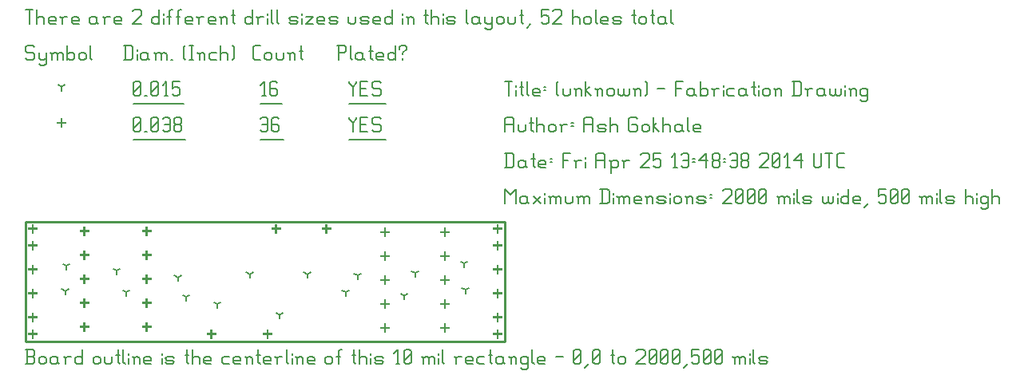
<source format=gbr>
G04 start of page 10 for group -3984 idx -3984 *
G04 Title: (unknown), fab *
G04 Creator: pcb 20100929 *
G04 CreationDate: Fri Apr 25 13:48:38 2014 UTC *
G04 For: xpi *
G04 Format: Gerber/RS-274X *
G04 PCB-Dimensions: 200000 50000 *
G04 PCB-Coordinate-Origin: lower left *
%MOIN*%
%FSLAX25Y25*%
%LNFAB*%
%ADD32C,0.0100*%
%ADD33R,0.0080X0.0080*%
%ADD34C,0.0060*%
G54D33*X3000Y21600D02*Y18400D01*
X1400Y20000D02*X4600D01*
X3000Y11600D02*Y8400D01*
X1400Y10000D02*X4600D01*
X3000Y41600D02*Y38400D01*
X1400Y40000D02*X4600D01*
X3000Y31600D02*Y28400D01*
X1400Y30000D02*X4600D01*
X24500Y7600D02*Y4400D01*
X22900Y6000D02*X26100D01*
X24500Y17600D02*Y14400D01*
X22900Y16000D02*X26100D01*
X24500Y27600D02*Y24400D01*
X22900Y26000D02*X26100D01*
X24500Y37600D02*Y34400D01*
X22900Y36000D02*X26100D01*
X197000Y31600D02*Y28400D01*
X195400Y30000D02*X198600D01*
X50500Y7600D02*Y4400D01*
X48900Y6000D02*X52100D01*
X50500Y17600D02*Y14400D01*
X48900Y16000D02*X52100D01*
X50500Y27600D02*Y24400D01*
X48900Y26000D02*X52100D01*
X50500Y37600D02*Y34400D01*
X48900Y36000D02*X52100D01*
X50500Y47600D02*Y44400D01*
X48900Y46000D02*X52100D01*
X150000Y7100D02*Y3900D01*
X148400Y5500D02*X151600D01*
X150000Y17100D02*Y13900D01*
X148400Y15500D02*X151600D01*
X150000Y27100D02*Y23900D01*
X148400Y25500D02*X151600D01*
X150000Y37100D02*Y33900D01*
X148400Y35500D02*X151600D01*
X150000Y47100D02*Y43900D01*
X148400Y45500D02*X151600D01*
X175000Y7100D02*Y3900D01*
X173400Y5500D02*X176600D01*
X175000Y17100D02*Y13900D01*
X173400Y15500D02*X176600D01*
X175000Y27100D02*Y23900D01*
X173400Y25500D02*X176600D01*
X175000Y37100D02*Y33900D01*
X173400Y35500D02*X176600D01*
X175000Y47100D02*Y43900D01*
X173400Y45500D02*X176600D01*
X197000Y21600D02*Y18400D01*
X195400Y20000D02*X198600D01*
X197000Y11600D02*Y8400D01*
X195400Y10000D02*X198600D01*
X197000Y41600D02*Y38400D01*
X195400Y40000D02*X198600D01*
X24500Y47600D02*Y44400D01*
X22900Y46000D02*X26100D01*
X77500Y4600D02*Y1400D01*
X75900Y3000D02*X79100D01*
X125500Y48600D02*Y45400D01*
X123900Y47000D02*X127100D01*
X101000Y4600D02*Y1400D01*
X99400Y3000D02*X102600D01*
X104500Y48600D02*Y45400D01*
X102900Y47000D02*X106100D01*
X3000Y4600D02*Y1400D01*
X1400Y3000D02*X4600D01*
X3000Y48600D02*Y45400D01*
X1400Y47000D02*X4600D01*
X197000Y48600D02*Y45400D01*
X195400Y47000D02*X198600D01*
X197000Y4600D02*Y1400D01*
X195400Y3000D02*X198600D01*
X15000Y92850D02*Y89650D01*
X13400Y91250D02*X16600D01*
G54D34*X135000Y93500D02*Y92750D01*
X136500Y91250D01*
X138000Y92750D01*
Y93500D02*Y92750D01*
X136500Y91250D02*Y87500D01*
X139801Y90500D02*X142051D01*
X139801Y87500D02*X142801D01*
X139801Y93500D02*Y87500D01*
Y93500D02*X142801D01*
X147603D02*X148353Y92750D01*
X145353Y93500D02*X147603D01*
X144603Y92750D02*X145353Y93500D01*
X144603Y92750D02*Y91250D01*
X145353Y90500D01*
X147603D01*
X148353Y89750D01*
Y88250D01*
X147603Y87500D02*X148353Y88250D01*
X145353Y87500D02*X147603D01*
X144603Y88250D02*X145353Y87500D01*
X135000Y84249D02*X150154D01*
X98000Y92750D02*X98750Y93500D01*
X100250D01*
X101000Y92750D01*
Y88250D01*
X100250Y87500D02*X101000Y88250D01*
X98750Y87500D02*X100250D01*
X98000Y88250D02*X98750Y87500D01*
Y90500D02*X101000D01*
X105051Y93500D02*X105801Y92750D01*
X103551Y93500D02*X105051D01*
X102801Y92750D02*X103551Y93500D01*
X102801Y92750D02*Y88250D01*
X103551Y87500D01*
X105051Y90500D02*X105801Y89750D01*
X102801Y90500D02*X105051D01*
X103551Y87500D02*X105051D01*
X105801Y88250D01*
Y89750D02*Y88250D01*
X98000Y84249D02*X107603D01*
X45000Y88250D02*X45750Y87500D01*
X45000Y92750D02*Y88250D01*
Y92750D02*X45750Y93500D01*
X47250D01*
X48000Y92750D01*
Y88250D01*
X47250Y87500D02*X48000Y88250D01*
X45750Y87500D02*X47250D01*
X45000Y89000D02*X48000Y92000D01*
X49801Y87500D02*X50551D01*
X52353Y88250D02*X53103Y87500D01*
X52353Y92750D02*Y88250D01*
Y92750D02*X53103Y93500D01*
X54603D01*
X55353Y92750D01*
Y88250D01*
X54603Y87500D02*X55353Y88250D01*
X53103Y87500D02*X54603D01*
X52353Y89000D02*X55353Y92000D01*
X57154Y92750D02*X57904Y93500D01*
X59404D01*
X60154Y92750D01*
Y88250D01*
X59404Y87500D02*X60154Y88250D01*
X57904Y87500D02*X59404D01*
X57154Y88250D02*X57904Y87500D01*
Y90500D02*X60154D01*
X61956Y88250D02*X62706Y87500D01*
X61956Y89750D02*Y88250D01*
Y89750D02*X62706Y90500D01*
X64206D01*
X64956Y89750D01*
Y88250D01*
X64206Y87500D02*X64956Y88250D01*
X62706Y87500D02*X64206D01*
X61956Y91250D02*X62706Y90500D01*
X61956Y92750D02*Y91250D01*
Y92750D02*X62706Y93500D01*
X64206D01*
X64956Y92750D01*
Y91250D01*
X64206Y90500D02*X64956Y91250D01*
X45000Y84249D02*X66757D01*
X63520Y26660D02*Y25060D01*
Y26660D02*X64906Y27460D01*
X63520Y26660D02*X62134Y27460D01*
X80000Y15500D02*Y13900D01*
Y15500D02*X81386Y16300D01*
X80000Y15500D02*X78614Y16300D01*
X38000Y29500D02*Y27900D01*
Y29500D02*X39386Y30300D01*
X38000Y29500D02*X36614Y30300D01*
X17000Y31500D02*Y29900D01*
Y31500D02*X18386Y32300D01*
X17000Y31500D02*X15614Y32300D01*
X16500Y21000D02*Y19400D01*
Y21000D02*X17886Y21800D01*
X16500Y21000D02*X15114Y21800D01*
X42000Y20500D02*Y18900D01*
Y20500D02*X43386Y21300D01*
X42000Y20500D02*X40614Y21300D01*
X67000Y18500D02*Y16900D01*
Y18500D02*X68386Y19300D01*
X67000Y18500D02*X65614Y19300D01*
X93500Y28000D02*Y26400D01*
Y28000D02*X94886Y28800D01*
X93500Y28000D02*X92114Y28800D01*
X138500Y27500D02*Y25900D01*
Y27500D02*X139886Y28300D01*
X138500Y27500D02*X137114Y28300D01*
X183000Y32500D02*Y30900D01*
Y32500D02*X184386Y33300D01*
X183000Y32500D02*X181614Y33300D01*
X162500Y28500D02*Y26900D01*
Y28500D02*X163886Y29300D01*
X162500Y28500D02*X161114Y29300D01*
X117500Y28000D02*Y26400D01*
Y28000D02*X118886Y28800D01*
X117500Y28000D02*X116114Y28800D01*
X183500Y21500D02*Y19900D01*
Y21500D02*X184886Y22300D01*
X183500Y21500D02*X182114Y22300D01*
X158000Y19000D02*Y17400D01*
Y19000D02*X159386Y19800D01*
X158000Y19000D02*X156614Y19800D01*
X133500Y20500D02*Y18900D01*
Y20500D02*X134886Y21300D01*
X133500Y20500D02*X132114Y21300D01*
X106000Y11000D02*Y9400D01*
Y11000D02*X107386Y11800D01*
X106000Y11000D02*X104614Y11800D01*
X15000Y106250D02*Y104650D01*
Y106250D02*X16386Y107050D01*
X15000Y106250D02*X13614Y107050D01*
X135000Y108500D02*Y107750D01*
X136500Y106250D01*
X138000Y107750D01*
Y108500D02*Y107750D01*
X136500Y106250D02*Y102500D01*
X139801Y105500D02*X142051D01*
X139801Y102500D02*X142801D01*
X139801Y108500D02*Y102500D01*
Y108500D02*X142801D01*
X147603D02*X148353Y107750D01*
X145353Y108500D02*X147603D01*
X144603Y107750D02*X145353Y108500D01*
X144603Y107750D02*Y106250D01*
X145353Y105500D01*
X147603D01*
X148353Y104750D01*
Y103250D01*
X147603Y102500D02*X148353Y103250D01*
X145353Y102500D02*X147603D01*
X144603Y103250D02*X145353Y102500D01*
X135000Y99249D02*X150154D01*
X98750Y102500D02*X100250D01*
X99500Y108500D02*Y102500D01*
X98000Y107000D02*X99500Y108500D01*
X104301D02*X105051Y107750D01*
X102801Y108500D02*X104301D01*
X102051Y107750D02*X102801Y108500D01*
X102051Y107750D02*Y103250D01*
X102801Y102500D01*
X104301Y105500D02*X105051Y104750D01*
X102051Y105500D02*X104301D01*
X102801Y102500D02*X104301D01*
X105051Y103250D01*
Y104750D02*Y103250D01*
X98000Y99249D02*X106853D01*
X45000Y103250D02*X45750Y102500D01*
X45000Y107750D02*Y103250D01*
Y107750D02*X45750Y108500D01*
X47250D01*
X48000Y107750D01*
Y103250D01*
X47250Y102500D02*X48000Y103250D01*
X45750Y102500D02*X47250D01*
X45000Y104000D02*X48000Y107000D01*
X49801Y102500D02*X50551D01*
X52353Y103250D02*X53103Y102500D01*
X52353Y107750D02*Y103250D01*
Y107750D02*X53103Y108500D01*
X54603D01*
X55353Y107750D01*
Y103250D01*
X54603Y102500D02*X55353Y103250D01*
X53103Y102500D02*X54603D01*
X52353Y104000D02*X55353Y107000D01*
X57904Y102500D02*X59404D01*
X58654Y108500D02*Y102500D01*
X57154Y107000D02*X58654Y108500D01*
X61206D02*X64206D01*
X61206D02*Y105500D01*
X61956Y106250D01*
X63456D01*
X64206Y105500D01*
Y103250D01*
X63456Y102500D02*X64206Y103250D01*
X61956Y102500D02*X63456D01*
X61206Y103250D02*X61956Y102500D01*
X45000Y99249D02*X66007D01*
X3000Y123500D02*X3750Y122750D01*
X750Y123500D02*X3000D01*
X0Y122750D02*X750Y123500D01*
X0Y122750D02*Y121250D01*
X750Y120500D01*
X3000D01*
X3750Y119750D01*
Y118250D01*
X3000Y117500D02*X3750Y118250D01*
X750Y117500D02*X3000D01*
X0Y118250D02*X750Y117500D01*
X5551Y120500D02*Y118250D01*
X6301Y117500D01*
X8551Y120500D02*Y116000D01*
X7801Y115250D02*X8551Y116000D01*
X6301Y115250D02*X7801D01*
X5551Y116000D02*X6301Y115250D01*
Y117500D02*X7801D01*
X8551Y118250D01*
X11103Y119750D02*Y117500D01*
Y119750D02*X11853Y120500D01*
X12603D01*
X13353Y119750D01*
Y117500D01*
Y119750D02*X14103Y120500D01*
X14853D01*
X15603Y119750D01*
Y117500D01*
X10353Y120500D02*X11103Y119750D01*
X17404Y123500D02*Y117500D01*
Y118250D02*X18154Y117500D01*
X19654D01*
X20404Y118250D01*
Y119750D02*Y118250D01*
X19654Y120500D02*X20404Y119750D01*
X18154Y120500D02*X19654D01*
X17404Y119750D02*X18154Y120500D01*
X22206Y119750D02*Y118250D01*
Y119750D02*X22956Y120500D01*
X24456D01*
X25206Y119750D01*
Y118250D01*
X24456Y117500D02*X25206Y118250D01*
X22956Y117500D02*X24456D01*
X22206Y118250D02*X22956Y117500D01*
X27007Y123500D02*Y118250D01*
X27757Y117500D01*
X41750Y123500D02*Y117500D01*
X44000Y123500D02*X44750Y122750D01*
Y118250D01*
X44000Y117500D02*X44750Y118250D01*
X41000Y117500D02*X44000D01*
X41000Y123500D02*X44000D01*
X46551Y122000D02*Y121250D01*
Y119750D02*Y117500D01*
X50303Y120500D02*X51053Y119750D01*
X48803Y120500D02*X50303D01*
X48053Y119750D02*X48803Y120500D01*
X48053Y119750D02*Y118250D01*
X48803Y117500D01*
X51053Y120500D02*Y118250D01*
X51803Y117500D01*
X48803D02*X50303D01*
X51053Y118250D01*
X54354Y119750D02*Y117500D01*
Y119750D02*X55104Y120500D01*
X55854D01*
X56604Y119750D01*
Y117500D01*
Y119750D02*X57354Y120500D01*
X58104D01*
X58854Y119750D01*
Y117500D01*
X53604Y120500D02*X54354Y119750D01*
X60656Y117500D02*X61406D01*
X65907Y118250D02*X66657Y117500D01*
X65907Y122750D02*X66657Y123500D01*
X65907Y122750D02*Y118250D01*
X68459Y123500D02*X69959D01*
X69209D02*Y117500D01*
X68459D02*X69959D01*
X72510Y119750D02*Y117500D01*
Y119750D02*X73260Y120500D01*
X74010D01*
X74760Y119750D01*
Y117500D01*
X71760Y120500D02*X72510Y119750D01*
X77312Y120500D02*X79562D01*
X76562Y119750D02*X77312Y120500D01*
X76562Y119750D02*Y118250D01*
X77312Y117500D01*
X79562D01*
X81363Y123500D02*Y117500D01*
Y119750D02*X82113Y120500D01*
X83613D01*
X84363Y119750D01*
Y117500D01*
X86165Y123500D02*X86915Y122750D01*
Y118250D01*
X86165Y117500D02*X86915Y118250D01*
X95750Y117500D02*X98000D01*
X95000Y118250D02*X95750Y117500D01*
X95000Y122750D02*Y118250D01*
Y122750D02*X95750Y123500D01*
X98000D01*
X99801Y119750D02*Y118250D01*
Y119750D02*X100551Y120500D01*
X102051D01*
X102801Y119750D01*
Y118250D01*
X102051Y117500D02*X102801Y118250D01*
X100551Y117500D02*X102051D01*
X99801Y118250D02*X100551Y117500D01*
X104603Y120500D02*Y118250D01*
X105353Y117500D01*
X106853D01*
X107603Y118250D01*
Y120500D02*Y118250D01*
X110154Y119750D02*Y117500D01*
Y119750D02*X110904Y120500D01*
X111654D01*
X112404Y119750D01*
Y117500D01*
X109404Y120500D02*X110154Y119750D01*
X114956Y123500D02*Y118250D01*
X115706Y117500D01*
X114206Y121250D02*X115706D01*
X130750Y123500D02*Y117500D01*
X130000Y123500D02*X133000D01*
X133750Y122750D01*
Y121250D01*
X133000Y120500D02*X133750Y121250D01*
X130750Y120500D02*X133000D01*
X135551Y123500D02*Y118250D01*
X136301Y117500D01*
X140053Y120500D02*X140803Y119750D01*
X138553Y120500D02*X140053D01*
X137803Y119750D02*X138553Y120500D01*
X137803Y119750D02*Y118250D01*
X138553Y117500D01*
X140803Y120500D02*Y118250D01*
X141553Y117500D01*
X138553D02*X140053D01*
X140803Y118250D01*
X144104Y123500D02*Y118250D01*
X144854Y117500D01*
X143354Y121250D02*X144854D01*
X147106Y117500D02*X149356D01*
X146356Y118250D02*X147106Y117500D01*
X146356Y119750D02*Y118250D01*
Y119750D02*X147106Y120500D01*
X148606D01*
X149356Y119750D01*
X146356Y119000D02*X149356D01*
Y119750D02*Y119000D01*
X154157Y123500D02*Y117500D01*
X153407D02*X154157Y118250D01*
X151907Y117500D02*X153407D01*
X151157Y118250D02*X151907Y117500D01*
X151157Y119750D02*Y118250D01*
Y119750D02*X151907Y120500D01*
X153407D01*
X154157Y119750D01*
X157459Y120500D02*Y119750D01*
Y118250D02*Y117500D01*
X155959Y122750D02*Y122000D01*
Y122750D02*X156709Y123500D01*
X158209D01*
X158959Y122750D01*
Y122000D01*
X157459Y120500D02*X158959Y122000D01*
X0Y138500D02*X3000D01*
X1500D02*Y132500D01*
X4801Y138500D02*Y132500D01*
Y134750D02*X5551Y135500D01*
X7051D01*
X7801Y134750D01*
Y132500D01*
X10353D02*X12603D01*
X9603Y133250D02*X10353Y132500D01*
X9603Y134750D02*Y133250D01*
Y134750D02*X10353Y135500D01*
X11853D01*
X12603Y134750D01*
X9603Y134000D02*X12603D01*
Y134750D02*Y134000D01*
X15154Y134750D02*Y132500D01*
Y134750D02*X15904Y135500D01*
X17404D01*
X14404D02*X15154Y134750D01*
X19956Y132500D02*X22206D01*
X19206Y133250D02*X19956Y132500D01*
X19206Y134750D02*Y133250D01*
Y134750D02*X19956Y135500D01*
X21456D01*
X22206Y134750D01*
X19206Y134000D02*X22206D01*
Y134750D02*Y134000D01*
X28957Y135500D02*X29707Y134750D01*
X27457Y135500D02*X28957D01*
X26707Y134750D02*X27457Y135500D01*
X26707Y134750D02*Y133250D01*
X27457Y132500D01*
X29707Y135500D02*Y133250D01*
X30457Y132500D01*
X27457D02*X28957D01*
X29707Y133250D01*
X33009Y134750D02*Y132500D01*
Y134750D02*X33759Y135500D01*
X35259D01*
X32259D02*X33009Y134750D01*
X37810Y132500D02*X40060D01*
X37060Y133250D02*X37810Y132500D01*
X37060Y134750D02*Y133250D01*
Y134750D02*X37810Y135500D01*
X39310D01*
X40060Y134750D01*
X37060Y134000D02*X40060D01*
Y134750D02*Y134000D01*
X44562Y137750D02*X45312Y138500D01*
X47562D01*
X48312Y137750D01*
Y136250D01*
X44562Y132500D02*X48312Y136250D01*
X44562Y132500D02*X48312D01*
X55813Y138500D02*Y132500D01*
X55063D02*X55813Y133250D01*
X53563Y132500D02*X55063D01*
X52813Y133250D02*X53563Y132500D01*
X52813Y134750D02*Y133250D01*
Y134750D02*X53563Y135500D01*
X55063D01*
X55813Y134750D01*
X57615Y137000D02*Y136250D01*
Y134750D02*Y132500D01*
X59866Y137750D02*Y132500D01*
Y137750D02*X60616Y138500D01*
X61366D01*
X59116Y135500D02*X60616D01*
X63618Y137750D02*Y132500D01*
Y137750D02*X64368Y138500D01*
X65118D01*
X62868Y135500D02*X64368D01*
X67369Y132500D02*X69619D01*
X66619Y133250D02*X67369Y132500D01*
X66619Y134750D02*Y133250D01*
Y134750D02*X67369Y135500D01*
X68869D01*
X69619Y134750D01*
X66619Y134000D02*X69619D01*
Y134750D02*Y134000D01*
X72171Y134750D02*Y132500D01*
Y134750D02*X72921Y135500D01*
X74421D01*
X71421D02*X72171Y134750D01*
X76972Y132500D02*X79222D01*
X76222Y133250D02*X76972Y132500D01*
X76222Y134750D02*Y133250D01*
Y134750D02*X76972Y135500D01*
X78472D01*
X79222Y134750D01*
X76222Y134000D02*X79222D01*
Y134750D02*Y134000D01*
X81774Y134750D02*Y132500D01*
Y134750D02*X82524Y135500D01*
X83274D01*
X84024Y134750D01*
Y132500D01*
X81024Y135500D02*X81774Y134750D01*
X86575Y138500D02*Y133250D01*
X87325Y132500D01*
X85825Y136250D02*X87325D01*
X94527Y138500D02*Y132500D01*
X93777D02*X94527Y133250D01*
X92277Y132500D02*X93777D01*
X91527Y133250D02*X92277Y132500D01*
X91527Y134750D02*Y133250D01*
Y134750D02*X92277Y135500D01*
X93777D01*
X94527Y134750D01*
X97078D02*Y132500D01*
Y134750D02*X97828Y135500D01*
X99328D01*
X96328D02*X97078Y134750D01*
X101130Y137000D02*Y136250D01*
Y134750D02*Y132500D01*
X102631Y138500D02*Y133250D01*
X103381Y132500D01*
X104883Y138500D02*Y133250D01*
X105633Y132500D01*
X110584D02*X112834D01*
X113584Y133250D01*
X112834Y134000D02*X113584Y133250D01*
X110584Y134000D02*X112834D01*
X109834Y134750D02*X110584Y134000D01*
X109834Y134750D02*X110584Y135500D01*
X112834D01*
X113584Y134750D01*
X109834Y133250D02*X110584Y132500D01*
X115386Y137000D02*Y136250D01*
Y134750D02*Y132500D01*
X116887Y135500D02*X119887D01*
X116887Y132500D02*X119887Y135500D01*
X116887Y132500D02*X119887D01*
X122439D02*X124689D01*
X121689Y133250D02*X122439Y132500D01*
X121689Y134750D02*Y133250D01*
Y134750D02*X122439Y135500D01*
X123939D01*
X124689Y134750D01*
X121689Y134000D02*X124689D01*
Y134750D02*Y134000D01*
X127240Y132500D02*X129490D01*
X130240Y133250D01*
X129490Y134000D02*X130240Y133250D01*
X127240Y134000D02*X129490D01*
X126490Y134750D02*X127240Y134000D01*
X126490Y134750D02*X127240Y135500D01*
X129490D01*
X130240Y134750D01*
X126490Y133250D02*X127240Y132500D01*
X134742Y135500D02*Y133250D01*
X135492Y132500D01*
X136992D01*
X137742Y133250D01*
Y135500D02*Y133250D01*
X140293Y132500D02*X142543D01*
X143293Y133250D01*
X142543Y134000D02*X143293Y133250D01*
X140293Y134000D02*X142543D01*
X139543Y134750D02*X140293Y134000D01*
X139543Y134750D02*X140293Y135500D01*
X142543D01*
X143293Y134750D01*
X139543Y133250D02*X140293Y132500D01*
X145845D02*X148095D01*
X145095Y133250D02*X145845Y132500D01*
X145095Y134750D02*Y133250D01*
Y134750D02*X145845Y135500D01*
X147345D01*
X148095Y134750D01*
X145095Y134000D02*X148095D01*
Y134750D02*Y134000D01*
X152896Y138500D02*Y132500D01*
X152146D02*X152896Y133250D01*
X150646Y132500D02*X152146D01*
X149896Y133250D02*X150646Y132500D01*
X149896Y134750D02*Y133250D01*
Y134750D02*X150646Y135500D01*
X152146D01*
X152896Y134750D01*
X157398Y137000D02*Y136250D01*
Y134750D02*Y132500D01*
X159649Y134750D02*Y132500D01*
Y134750D02*X160399Y135500D01*
X161149D01*
X161899Y134750D01*
Y132500D01*
X158899Y135500D02*X159649Y134750D01*
X167151Y138500D02*Y133250D01*
X167901Y132500D01*
X166401Y136250D02*X167901D01*
X169402Y138500D02*Y132500D01*
Y134750D02*X170152Y135500D01*
X171652D01*
X172402Y134750D01*
Y132500D01*
X174204Y137000D02*Y136250D01*
Y134750D02*Y132500D01*
X176455D02*X178705D01*
X179455Y133250D01*
X178705Y134000D02*X179455Y133250D01*
X176455Y134000D02*X178705D01*
X175705Y134750D02*X176455Y134000D01*
X175705Y134750D02*X176455Y135500D01*
X178705D01*
X179455Y134750D01*
X175705Y133250D02*X176455Y132500D01*
X183957Y138500D02*Y133250D01*
X184707Y132500D01*
X188458Y135500D02*X189208Y134750D01*
X186958Y135500D02*X188458D01*
X186208Y134750D02*X186958Y135500D01*
X186208Y134750D02*Y133250D01*
X186958Y132500D01*
X189208Y135500D02*Y133250D01*
X189958Y132500D01*
X186958D02*X188458D01*
X189208Y133250D01*
X191760Y135500D02*Y133250D01*
X192510Y132500D01*
X194760Y135500D02*Y131000D01*
X194010Y130250D02*X194760Y131000D01*
X192510Y130250D02*X194010D01*
X191760Y131000D02*X192510Y130250D01*
Y132500D02*X194010D01*
X194760Y133250D01*
X196561Y134750D02*Y133250D01*
Y134750D02*X197311Y135500D01*
X198811D01*
X199561Y134750D01*
Y133250D01*
X198811Y132500D02*X199561Y133250D01*
X197311Y132500D02*X198811D01*
X196561Y133250D02*X197311Y132500D01*
X201363Y135500D02*Y133250D01*
X202113Y132500D01*
X203613D01*
X204363Y133250D01*
Y135500D02*Y133250D01*
X206914Y138500D02*Y133250D01*
X207664Y132500D01*
X206164Y136250D02*X207664D01*
X209166Y131000D02*X210666Y132500D01*
X215167Y138500D02*X218167D01*
X215167D02*Y135500D01*
X215917Y136250D01*
X217417D01*
X218167Y135500D01*
Y133250D01*
X217417Y132500D02*X218167Y133250D01*
X215917Y132500D02*X217417D01*
X215167Y133250D02*X215917Y132500D01*
X219969Y137750D02*X220719Y138500D01*
X222969D01*
X223719Y137750D01*
Y136250D01*
X219969Y132500D02*X223719Y136250D01*
X219969Y132500D02*X223719D01*
X228220Y138500D02*Y132500D01*
Y134750D02*X228970Y135500D01*
X230470D01*
X231220Y134750D01*
Y132500D01*
X233022Y134750D02*Y133250D01*
Y134750D02*X233772Y135500D01*
X235272D01*
X236022Y134750D01*
Y133250D01*
X235272Y132500D02*X236022Y133250D01*
X233772Y132500D02*X235272D01*
X233022Y133250D02*X233772Y132500D01*
X237823Y138500D02*Y133250D01*
X238573Y132500D01*
X240825D02*X243075D01*
X240075Y133250D02*X240825Y132500D01*
X240075Y134750D02*Y133250D01*
Y134750D02*X240825Y135500D01*
X242325D01*
X243075Y134750D01*
X240075Y134000D02*X243075D01*
Y134750D02*Y134000D01*
X245626Y132500D02*X247876D01*
X248626Y133250D01*
X247876Y134000D02*X248626Y133250D01*
X245626Y134000D02*X247876D01*
X244876Y134750D02*X245626Y134000D01*
X244876Y134750D02*X245626Y135500D01*
X247876D01*
X248626Y134750D01*
X244876Y133250D02*X245626Y132500D01*
X253878Y138500D02*Y133250D01*
X254628Y132500D01*
X253128Y136250D02*X254628D01*
X256129Y134750D02*Y133250D01*
Y134750D02*X256879Y135500D01*
X258379D01*
X259129Y134750D01*
Y133250D01*
X258379Y132500D02*X259129Y133250D01*
X256879Y132500D02*X258379D01*
X256129Y133250D02*X256879Y132500D01*
X261681Y138500D02*Y133250D01*
X262431Y132500D01*
X260931Y136250D02*X262431D01*
X266182Y135500D02*X266932Y134750D01*
X264682Y135500D02*X266182D01*
X263932Y134750D02*X264682Y135500D01*
X263932Y134750D02*Y133250D01*
X264682Y132500D01*
X266932Y135500D02*Y133250D01*
X267682Y132500D01*
X264682D02*X266182D01*
X266932Y133250D01*
X269484Y138500D02*Y133250D01*
X270234Y132500D01*
G54D32*X0Y50000D02*X200000D01*
X0D02*Y0D01*
X200000Y50000D02*Y0D01*
X0D02*X200000D01*
G54D34*Y63500D02*Y57500D01*
Y63500D02*X202250Y61250D01*
X204500Y63500D01*
Y57500D01*
X208551Y60500D02*X209301Y59750D01*
X207051Y60500D02*X208551D01*
X206301Y59750D02*X207051Y60500D01*
X206301Y59750D02*Y58250D01*
X207051Y57500D01*
X209301Y60500D02*Y58250D01*
X210051Y57500D01*
X207051D02*X208551D01*
X209301Y58250D01*
X211853Y60500D02*X214853Y57500D01*
X211853D02*X214853Y60500D01*
X216654Y62000D02*Y61250D01*
Y59750D02*Y57500D01*
X218906Y59750D02*Y57500D01*
Y59750D02*X219656Y60500D01*
X220406D01*
X221156Y59750D01*
Y57500D01*
Y59750D02*X221906Y60500D01*
X222656D01*
X223406Y59750D01*
Y57500D01*
X218156Y60500D02*X218906Y59750D01*
X225207Y60500D02*Y58250D01*
X225957Y57500D01*
X227457D01*
X228207Y58250D01*
Y60500D02*Y58250D01*
X230759Y59750D02*Y57500D01*
Y59750D02*X231509Y60500D01*
X232259D01*
X233009Y59750D01*
Y57500D01*
Y59750D02*X233759Y60500D01*
X234509D01*
X235259Y59750D01*
Y57500D01*
X230009Y60500D02*X230759Y59750D01*
X240510Y63500D02*Y57500D01*
X242760Y63500D02*X243510Y62750D01*
Y58250D01*
X242760Y57500D02*X243510Y58250D01*
X239760Y57500D02*X242760D01*
X239760Y63500D02*X242760D01*
X245312Y62000D02*Y61250D01*
Y59750D02*Y57500D01*
X247563Y59750D02*Y57500D01*
Y59750D02*X248313Y60500D01*
X249063D01*
X249813Y59750D01*
Y57500D01*
Y59750D02*X250563Y60500D01*
X251313D01*
X252063Y59750D01*
Y57500D01*
X246813Y60500D02*X247563Y59750D01*
X254615Y57500D02*X256865D01*
X253865Y58250D02*X254615Y57500D01*
X253865Y59750D02*Y58250D01*
Y59750D02*X254615Y60500D01*
X256115D01*
X256865Y59750D01*
X253865Y59000D02*X256865D01*
Y59750D02*Y59000D01*
X259416Y59750D02*Y57500D01*
Y59750D02*X260166Y60500D01*
X260916D01*
X261666Y59750D01*
Y57500D01*
X258666Y60500D02*X259416Y59750D01*
X264218Y57500D02*X266468D01*
X267218Y58250D01*
X266468Y59000D02*X267218Y58250D01*
X264218Y59000D02*X266468D01*
X263468Y59750D02*X264218Y59000D01*
X263468Y59750D02*X264218Y60500D01*
X266468D01*
X267218Y59750D01*
X263468Y58250D02*X264218Y57500D01*
X269019Y62000D02*Y61250D01*
Y59750D02*Y57500D01*
X270521Y59750D02*Y58250D01*
Y59750D02*X271271Y60500D01*
X272771D01*
X273521Y59750D01*
Y58250D01*
X272771Y57500D02*X273521Y58250D01*
X271271Y57500D02*X272771D01*
X270521Y58250D02*X271271Y57500D01*
X276072Y59750D02*Y57500D01*
Y59750D02*X276822Y60500D01*
X277572D01*
X278322Y59750D01*
Y57500D01*
X275322Y60500D02*X276072Y59750D01*
X280874Y57500D02*X283124D01*
X283874Y58250D01*
X283124Y59000D02*X283874Y58250D01*
X280874Y59000D02*X283124D01*
X280124Y59750D02*X280874Y59000D01*
X280124Y59750D02*X280874Y60500D01*
X283124D01*
X283874Y59750D01*
X280124Y58250D02*X280874Y57500D01*
X285675Y61250D02*X286425D01*
X285675Y59750D02*X286425D01*
X290927Y62750D02*X291677Y63500D01*
X293927D01*
X294677Y62750D01*
Y61250D01*
X290927Y57500D02*X294677Y61250D01*
X290927Y57500D02*X294677D01*
X296478Y58250D02*X297228Y57500D01*
X296478Y62750D02*Y58250D01*
Y62750D02*X297228Y63500D01*
X298728D01*
X299478Y62750D01*
Y58250D01*
X298728Y57500D02*X299478Y58250D01*
X297228Y57500D02*X298728D01*
X296478Y59000D02*X299478Y62000D01*
X301280Y58250D02*X302030Y57500D01*
X301280Y62750D02*Y58250D01*
Y62750D02*X302030Y63500D01*
X303530D01*
X304280Y62750D01*
Y58250D01*
X303530Y57500D02*X304280Y58250D01*
X302030Y57500D02*X303530D01*
X301280Y59000D02*X304280Y62000D01*
X306081Y58250D02*X306831Y57500D01*
X306081Y62750D02*Y58250D01*
Y62750D02*X306831Y63500D01*
X308331D01*
X309081Y62750D01*
Y58250D01*
X308331Y57500D02*X309081Y58250D01*
X306831Y57500D02*X308331D01*
X306081Y59000D02*X309081Y62000D01*
X314333Y59750D02*Y57500D01*
Y59750D02*X315083Y60500D01*
X315833D01*
X316583Y59750D01*
Y57500D01*
Y59750D02*X317333Y60500D01*
X318083D01*
X318833Y59750D01*
Y57500D01*
X313583Y60500D02*X314333Y59750D01*
X320634Y62000D02*Y61250D01*
Y59750D02*Y57500D01*
X322136Y63500D02*Y58250D01*
X322886Y57500D01*
X325137D02*X327387D01*
X328137Y58250D01*
X327387Y59000D02*X328137Y58250D01*
X325137Y59000D02*X327387D01*
X324387Y59750D02*X325137Y59000D01*
X324387Y59750D02*X325137Y60500D01*
X327387D01*
X328137Y59750D01*
X324387Y58250D02*X325137Y57500D01*
X332639Y60500D02*Y58250D01*
X333389Y57500D01*
X334139D01*
X334889Y58250D01*
Y60500D02*Y58250D01*
X335639Y57500D01*
X336389D01*
X337139Y58250D01*
Y60500D02*Y58250D01*
X338940Y62000D02*Y61250D01*
Y59750D02*Y57500D01*
X343442Y63500D02*Y57500D01*
X342692D02*X343442Y58250D01*
X341192Y57500D02*X342692D01*
X340442Y58250D02*X341192Y57500D01*
X340442Y59750D02*Y58250D01*
Y59750D02*X341192Y60500D01*
X342692D01*
X343442Y59750D01*
X345993Y57500D02*X348243D01*
X345243Y58250D02*X345993Y57500D01*
X345243Y59750D02*Y58250D01*
Y59750D02*X345993Y60500D01*
X347493D01*
X348243Y59750D01*
X345243Y59000D02*X348243D01*
Y59750D02*Y59000D01*
X350045Y56000D02*X351545Y57500D01*
X356046Y63500D02*X359046D01*
X356046D02*Y60500D01*
X356796Y61250D01*
X358296D01*
X359046Y60500D01*
Y58250D01*
X358296Y57500D02*X359046Y58250D01*
X356796Y57500D02*X358296D01*
X356046Y58250D02*X356796Y57500D01*
X360848Y58250D02*X361598Y57500D01*
X360848Y62750D02*Y58250D01*
Y62750D02*X361598Y63500D01*
X363098D01*
X363848Y62750D01*
Y58250D01*
X363098Y57500D02*X363848Y58250D01*
X361598Y57500D02*X363098D01*
X360848Y59000D02*X363848Y62000D01*
X365649Y58250D02*X366399Y57500D01*
X365649Y62750D02*Y58250D01*
Y62750D02*X366399Y63500D01*
X367899D01*
X368649Y62750D01*
Y58250D01*
X367899Y57500D02*X368649Y58250D01*
X366399Y57500D02*X367899D01*
X365649Y59000D02*X368649Y62000D01*
X373901Y59750D02*Y57500D01*
Y59750D02*X374651Y60500D01*
X375401D01*
X376151Y59750D01*
Y57500D01*
Y59750D02*X376901Y60500D01*
X377651D01*
X378401Y59750D01*
Y57500D01*
X373151Y60500D02*X373901Y59750D01*
X380202Y62000D02*Y61250D01*
Y59750D02*Y57500D01*
X381704Y63500D02*Y58250D01*
X382454Y57500D01*
X384705D02*X386955D01*
X387705Y58250D01*
X386955Y59000D02*X387705Y58250D01*
X384705Y59000D02*X386955D01*
X383955Y59750D02*X384705Y59000D01*
X383955Y59750D02*X384705Y60500D01*
X386955D01*
X387705Y59750D01*
X383955Y58250D02*X384705Y57500D01*
X392207Y63500D02*Y57500D01*
Y59750D02*X392957Y60500D01*
X394457D01*
X395207Y59750D01*
Y57500D01*
X397008Y62000D02*Y61250D01*
Y59750D02*Y57500D01*
X400760Y60500D02*X401510Y59750D01*
X399260Y60500D02*X400760D01*
X398510Y59750D02*X399260Y60500D01*
X398510Y59750D02*Y58250D01*
X399260Y57500D01*
X400760D01*
X401510Y58250D01*
X398510Y56000D02*X399260Y55250D01*
X400760D01*
X401510Y56000D01*
Y60500D02*Y56000D01*
X403311Y63500D02*Y57500D01*
Y59750D02*X404061Y60500D01*
X405561D01*
X406311Y59750D01*
Y57500D01*
X0Y-9500D02*X3000D01*
X3750Y-8750D01*
Y-7250D02*Y-8750D01*
X3000Y-6500D02*X3750Y-7250D01*
X750Y-6500D02*X3000D01*
X750Y-3500D02*Y-9500D01*
X0Y-3500D02*X3000D01*
X3750Y-4250D01*
Y-5750D01*
X3000Y-6500D02*X3750Y-5750D01*
X5551Y-7250D02*Y-8750D01*
Y-7250D02*X6301Y-6500D01*
X7801D01*
X8551Y-7250D01*
Y-8750D01*
X7801Y-9500D02*X8551Y-8750D01*
X6301Y-9500D02*X7801D01*
X5551Y-8750D02*X6301Y-9500D01*
X12603Y-6500D02*X13353Y-7250D01*
X11103Y-6500D02*X12603D01*
X10353Y-7250D02*X11103Y-6500D01*
X10353Y-7250D02*Y-8750D01*
X11103Y-9500D01*
X13353Y-6500D02*Y-8750D01*
X14103Y-9500D01*
X11103D02*X12603D01*
X13353Y-8750D01*
X16654Y-7250D02*Y-9500D01*
Y-7250D02*X17404Y-6500D01*
X18904D01*
X15904D02*X16654Y-7250D01*
X23706Y-3500D02*Y-9500D01*
X22956D02*X23706Y-8750D01*
X21456Y-9500D02*X22956D01*
X20706Y-8750D02*X21456Y-9500D01*
X20706Y-7250D02*Y-8750D01*
Y-7250D02*X21456Y-6500D01*
X22956D01*
X23706Y-7250D01*
X28207D02*Y-8750D01*
Y-7250D02*X28957Y-6500D01*
X30457D01*
X31207Y-7250D01*
Y-8750D01*
X30457Y-9500D02*X31207Y-8750D01*
X28957Y-9500D02*X30457D01*
X28207Y-8750D02*X28957Y-9500D01*
X33009Y-6500D02*Y-8750D01*
X33759Y-9500D01*
X35259D01*
X36009Y-8750D01*
Y-6500D02*Y-8750D01*
X38560Y-3500D02*Y-8750D01*
X39310Y-9500D01*
X37810Y-5750D02*X39310D01*
X40812Y-3500D02*Y-8750D01*
X41562Y-9500D01*
X43063Y-5000D02*Y-5750D01*
Y-7250D02*Y-9500D01*
X45315Y-7250D02*Y-9500D01*
Y-7250D02*X46065Y-6500D01*
X46815D01*
X47565Y-7250D01*
Y-9500D01*
X44565Y-6500D02*X45315Y-7250D01*
X50116Y-9500D02*X52366D01*
X49366Y-8750D02*X50116Y-9500D01*
X49366Y-7250D02*Y-8750D01*
Y-7250D02*X50116Y-6500D01*
X51616D01*
X52366Y-7250D01*
X49366Y-8000D02*X52366D01*
Y-7250D02*Y-8000D01*
X56868Y-5000D02*Y-5750D01*
Y-7250D02*Y-9500D01*
X59119D02*X61369D01*
X62119Y-8750D01*
X61369Y-8000D02*X62119Y-8750D01*
X59119Y-8000D02*X61369D01*
X58369Y-7250D02*X59119Y-8000D01*
X58369Y-7250D02*X59119Y-6500D01*
X61369D01*
X62119Y-7250D01*
X58369Y-8750D02*X59119Y-9500D01*
X67371Y-3500D02*Y-8750D01*
X68121Y-9500D01*
X66621Y-5750D02*X68121D01*
X69622Y-3500D02*Y-9500D01*
Y-7250D02*X70372Y-6500D01*
X71872D01*
X72622Y-7250D01*
Y-9500D01*
X75174D02*X77424D01*
X74424Y-8750D02*X75174Y-9500D01*
X74424Y-7250D02*Y-8750D01*
Y-7250D02*X75174Y-6500D01*
X76674D01*
X77424Y-7250D01*
X74424Y-8000D02*X77424D01*
Y-7250D02*Y-8000D01*
X82675Y-6500D02*X84925D01*
X81925Y-7250D02*X82675Y-6500D01*
X81925Y-7250D02*Y-8750D01*
X82675Y-9500D01*
X84925D01*
X87477D02*X89727D01*
X86727Y-8750D02*X87477Y-9500D01*
X86727Y-7250D02*Y-8750D01*
Y-7250D02*X87477Y-6500D01*
X88977D01*
X89727Y-7250D01*
X86727Y-8000D02*X89727D01*
Y-7250D02*Y-8000D01*
X92278Y-7250D02*Y-9500D01*
Y-7250D02*X93028Y-6500D01*
X93778D01*
X94528Y-7250D01*
Y-9500D01*
X91528Y-6500D02*X92278Y-7250D01*
X97080Y-3500D02*Y-8750D01*
X97830Y-9500D01*
X96330Y-5750D02*X97830D01*
X100081Y-9500D02*X102331D01*
X99331Y-8750D02*X100081Y-9500D01*
X99331Y-7250D02*Y-8750D01*
Y-7250D02*X100081Y-6500D01*
X101581D01*
X102331Y-7250D01*
X99331Y-8000D02*X102331D01*
Y-7250D02*Y-8000D01*
X104883Y-7250D02*Y-9500D01*
Y-7250D02*X105633Y-6500D01*
X107133D01*
X104133D02*X104883Y-7250D01*
X108934Y-3500D02*Y-8750D01*
X109684Y-9500D01*
X111186Y-5000D02*Y-5750D01*
Y-7250D02*Y-9500D01*
X113437Y-7250D02*Y-9500D01*
Y-7250D02*X114187Y-6500D01*
X114937D01*
X115687Y-7250D01*
Y-9500D01*
X112687Y-6500D02*X113437Y-7250D01*
X118239Y-9500D02*X120489D01*
X117489Y-8750D02*X118239Y-9500D01*
X117489Y-7250D02*Y-8750D01*
Y-7250D02*X118239Y-6500D01*
X119739D01*
X120489Y-7250D01*
X117489Y-8000D02*X120489D01*
Y-7250D02*Y-8000D01*
X124990Y-7250D02*Y-8750D01*
Y-7250D02*X125740Y-6500D01*
X127240D01*
X127990Y-7250D01*
Y-8750D01*
X127240Y-9500D02*X127990Y-8750D01*
X125740Y-9500D02*X127240D01*
X124990Y-8750D02*X125740Y-9500D01*
X130542Y-4250D02*Y-9500D01*
Y-4250D02*X131292Y-3500D01*
X132042D01*
X129792Y-6500D02*X131292D01*
X136993Y-3500D02*Y-8750D01*
X137743Y-9500D01*
X136243Y-5750D02*X137743D01*
X139245Y-3500D02*Y-9500D01*
Y-7250D02*X139995Y-6500D01*
X141495D01*
X142245Y-7250D01*
Y-9500D01*
X144046Y-5000D02*Y-5750D01*
Y-7250D02*Y-9500D01*
X146298D02*X148548D01*
X149298Y-8750D01*
X148548Y-8000D02*X149298Y-8750D01*
X146298Y-8000D02*X148548D01*
X145548Y-7250D02*X146298Y-8000D01*
X145548Y-7250D02*X146298Y-6500D01*
X148548D01*
X149298Y-7250D01*
X145548Y-8750D02*X146298Y-9500D01*
X154549D02*X156049D01*
X155299Y-3500D02*Y-9500D01*
X153799Y-5000D02*X155299Y-3500D01*
X157851Y-8750D02*X158601Y-9500D01*
X157851Y-4250D02*Y-8750D01*
Y-4250D02*X158601Y-3500D01*
X160101D01*
X160851Y-4250D01*
Y-8750D01*
X160101Y-9500D02*X160851Y-8750D01*
X158601Y-9500D02*X160101D01*
X157851Y-8000D02*X160851Y-5000D01*
X166102Y-7250D02*Y-9500D01*
Y-7250D02*X166852Y-6500D01*
X167602D01*
X168352Y-7250D01*
Y-9500D01*
Y-7250D02*X169102Y-6500D01*
X169852D01*
X170602Y-7250D01*
Y-9500D01*
X165352Y-6500D02*X166102Y-7250D01*
X172404Y-5000D02*Y-5750D01*
Y-7250D02*Y-9500D01*
X173905Y-3500D02*Y-8750D01*
X174655Y-9500D01*
X179607Y-7250D02*Y-9500D01*
Y-7250D02*X180357Y-6500D01*
X181857D01*
X178857D02*X179607Y-7250D01*
X184408Y-9500D02*X186658D01*
X183658Y-8750D02*X184408Y-9500D01*
X183658Y-7250D02*Y-8750D01*
Y-7250D02*X184408Y-6500D01*
X185908D01*
X186658Y-7250D01*
X183658Y-8000D02*X186658D01*
Y-7250D02*Y-8000D01*
X189210Y-6500D02*X191460D01*
X188460Y-7250D02*X189210Y-6500D01*
X188460Y-7250D02*Y-8750D01*
X189210Y-9500D01*
X191460D01*
X194011Y-3500D02*Y-8750D01*
X194761Y-9500D01*
X193261Y-5750D02*X194761D01*
X198513Y-6500D02*X199263Y-7250D01*
X197013Y-6500D02*X198513D01*
X196263Y-7250D02*X197013Y-6500D01*
X196263Y-7250D02*Y-8750D01*
X197013Y-9500D01*
X199263Y-6500D02*Y-8750D01*
X200013Y-9500D01*
X197013D02*X198513D01*
X199263Y-8750D01*
X202564Y-7250D02*Y-9500D01*
Y-7250D02*X203314Y-6500D01*
X204064D01*
X204814Y-7250D01*
Y-9500D01*
X201814Y-6500D02*X202564Y-7250D01*
X208866Y-6500D02*X209616Y-7250D01*
X207366Y-6500D02*X208866D01*
X206616Y-7250D02*X207366Y-6500D01*
X206616Y-7250D02*Y-8750D01*
X207366Y-9500D01*
X208866D01*
X209616Y-8750D01*
X206616Y-11000D02*X207366Y-11750D01*
X208866D01*
X209616Y-11000D01*
Y-6500D02*Y-11000D01*
X211417Y-3500D02*Y-8750D01*
X212167Y-9500D01*
X214419D02*X216669D01*
X213669Y-8750D02*X214419Y-9500D01*
X213669Y-7250D02*Y-8750D01*
Y-7250D02*X214419Y-6500D01*
X215919D01*
X216669Y-7250D01*
X213669Y-8000D02*X216669D01*
Y-7250D02*Y-8000D01*
X221170Y-6500D02*X224170D01*
X228672Y-8750D02*X229422Y-9500D01*
X228672Y-4250D02*Y-8750D01*
Y-4250D02*X229422Y-3500D01*
X230922D01*
X231672Y-4250D01*
Y-8750D01*
X230922Y-9500D02*X231672Y-8750D01*
X229422Y-9500D02*X230922D01*
X228672Y-8000D02*X231672Y-5000D01*
X233473Y-11000D02*X234973Y-9500D01*
X236775Y-8750D02*X237525Y-9500D01*
X236775Y-4250D02*Y-8750D01*
Y-4250D02*X237525Y-3500D01*
X239025D01*
X239775Y-4250D01*
Y-8750D01*
X239025Y-9500D02*X239775Y-8750D01*
X237525Y-9500D02*X239025D01*
X236775Y-8000D02*X239775Y-5000D01*
X245026Y-3500D02*Y-8750D01*
X245776Y-9500D01*
X244276Y-5750D02*X245776D01*
X247278Y-7250D02*Y-8750D01*
Y-7250D02*X248028Y-6500D01*
X249528D01*
X250278Y-7250D01*
Y-8750D01*
X249528Y-9500D02*X250278Y-8750D01*
X248028Y-9500D02*X249528D01*
X247278Y-8750D02*X248028Y-9500D01*
X254779Y-4250D02*X255529Y-3500D01*
X257779D01*
X258529Y-4250D01*
Y-5750D01*
X254779Y-9500D02*X258529Y-5750D01*
X254779Y-9500D02*X258529D01*
X260331Y-8750D02*X261081Y-9500D01*
X260331Y-4250D02*Y-8750D01*
Y-4250D02*X261081Y-3500D01*
X262581D01*
X263331Y-4250D01*
Y-8750D01*
X262581Y-9500D02*X263331Y-8750D01*
X261081Y-9500D02*X262581D01*
X260331Y-8000D02*X263331Y-5000D01*
X265132Y-8750D02*X265882Y-9500D01*
X265132Y-4250D02*Y-8750D01*
Y-4250D02*X265882Y-3500D01*
X267382D01*
X268132Y-4250D01*
Y-8750D01*
X267382Y-9500D02*X268132Y-8750D01*
X265882Y-9500D02*X267382D01*
X265132Y-8000D02*X268132Y-5000D01*
X269934Y-8750D02*X270684Y-9500D01*
X269934Y-4250D02*Y-8750D01*
Y-4250D02*X270684Y-3500D01*
X272184D01*
X272934Y-4250D01*
Y-8750D01*
X272184Y-9500D02*X272934Y-8750D01*
X270684Y-9500D02*X272184D01*
X269934Y-8000D02*X272934Y-5000D01*
X274735Y-11000D02*X276235Y-9500D01*
X278037Y-3500D02*X281037D01*
X278037D02*Y-6500D01*
X278787Y-5750D01*
X280287D01*
X281037Y-6500D01*
Y-8750D01*
X280287Y-9500D02*X281037Y-8750D01*
X278787Y-9500D02*X280287D01*
X278037Y-8750D02*X278787Y-9500D01*
X282838Y-8750D02*X283588Y-9500D01*
X282838Y-4250D02*Y-8750D01*
Y-4250D02*X283588Y-3500D01*
X285088D01*
X285838Y-4250D01*
Y-8750D01*
X285088Y-9500D02*X285838Y-8750D01*
X283588Y-9500D02*X285088D01*
X282838Y-8000D02*X285838Y-5000D01*
X287640Y-8750D02*X288390Y-9500D01*
X287640Y-4250D02*Y-8750D01*
Y-4250D02*X288390Y-3500D01*
X289890D01*
X290640Y-4250D01*
Y-8750D01*
X289890Y-9500D02*X290640Y-8750D01*
X288390Y-9500D02*X289890D01*
X287640Y-8000D02*X290640Y-5000D01*
X295891Y-7250D02*Y-9500D01*
Y-7250D02*X296641Y-6500D01*
X297391D01*
X298141Y-7250D01*
Y-9500D01*
Y-7250D02*X298891Y-6500D01*
X299641D01*
X300391Y-7250D01*
Y-9500D01*
X295141Y-6500D02*X295891Y-7250D01*
X302193Y-5000D02*Y-5750D01*
Y-7250D02*Y-9500D01*
X303694Y-3500D02*Y-8750D01*
X304444Y-9500D01*
X306696D02*X308946D01*
X309696Y-8750D01*
X308946Y-8000D02*X309696Y-8750D01*
X306696Y-8000D02*X308946D01*
X305946Y-7250D02*X306696Y-8000D01*
X305946Y-7250D02*X306696Y-6500D01*
X308946D01*
X309696Y-7250D01*
X305946Y-8750D02*X306696Y-9500D01*
X200750Y78500D02*Y72500D01*
X203000Y78500D02*X203750Y77750D01*
Y73250D01*
X203000Y72500D02*X203750Y73250D01*
X200000Y72500D02*X203000D01*
X200000Y78500D02*X203000D01*
X207801Y75500D02*X208551Y74750D01*
X206301Y75500D02*X207801D01*
X205551Y74750D02*X206301Y75500D01*
X205551Y74750D02*Y73250D01*
X206301Y72500D01*
X208551Y75500D02*Y73250D01*
X209301Y72500D01*
X206301D02*X207801D01*
X208551Y73250D01*
X211853Y78500D02*Y73250D01*
X212603Y72500D01*
X211103Y76250D02*X212603D01*
X214854Y72500D02*X217104D01*
X214104Y73250D02*X214854Y72500D01*
X214104Y74750D02*Y73250D01*
Y74750D02*X214854Y75500D01*
X216354D01*
X217104Y74750D01*
X214104Y74000D02*X217104D01*
Y74750D02*Y74000D01*
X218906Y76250D02*X219656D01*
X218906Y74750D02*X219656D01*
X224157Y78500D02*Y72500D01*
Y78500D02*X227157D01*
X224157Y75500D02*X226407D01*
X229709Y74750D02*Y72500D01*
Y74750D02*X230459Y75500D01*
X231959D01*
X228959D02*X229709Y74750D01*
X233760Y77000D02*Y76250D01*
Y74750D02*Y72500D01*
X237962Y77750D02*Y72500D01*
Y77750D02*X238712Y78500D01*
X240962D01*
X241712Y77750D01*
Y72500D01*
X237962Y75500D02*X241712D01*
X244263Y74750D02*Y70250D01*
X243513Y75500D02*X244263Y74750D01*
X245013Y75500D01*
X246513D01*
X247263Y74750D01*
Y73250D01*
X246513Y72500D02*X247263Y73250D01*
X245013Y72500D02*X246513D01*
X244263Y73250D02*X245013Y72500D01*
X249815Y74750D02*Y72500D01*
Y74750D02*X250565Y75500D01*
X252065D01*
X249065D02*X249815Y74750D01*
X256566Y77750D02*X257316Y78500D01*
X259566D01*
X260316Y77750D01*
Y76250D01*
X256566Y72500D02*X260316Y76250D01*
X256566Y72500D02*X260316D01*
X262118Y78500D02*X265118D01*
X262118D02*Y75500D01*
X262868Y76250D01*
X264368D01*
X265118Y75500D01*
Y73250D01*
X264368Y72500D02*X265118Y73250D01*
X262868Y72500D02*X264368D01*
X262118Y73250D02*X262868Y72500D01*
X270369D02*X271869D01*
X271119Y78500D02*Y72500D01*
X269619Y77000D02*X271119Y78500D01*
X273671Y77750D02*X274421Y78500D01*
X275921D01*
X276671Y77750D01*
Y73250D01*
X275921Y72500D02*X276671Y73250D01*
X274421Y72500D02*X275921D01*
X273671Y73250D02*X274421Y72500D01*
Y75500D02*X276671D01*
X278472Y76250D02*X279222D01*
X278472Y74750D02*X279222D01*
X281024Y75500D02*X284024Y78500D01*
X281024Y75500D02*X284774D01*
X284024Y78500D02*Y72500D01*
X286575Y73250D02*X287325Y72500D01*
X286575Y74750D02*Y73250D01*
Y74750D02*X287325Y75500D01*
X288825D01*
X289575Y74750D01*
Y73250D01*
X288825Y72500D02*X289575Y73250D01*
X287325Y72500D02*X288825D01*
X286575Y76250D02*X287325Y75500D01*
X286575Y77750D02*Y76250D01*
Y77750D02*X287325Y78500D01*
X288825D01*
X289575Y77750D01*
Y76250D01*
X288825Y75500D02*X289575Y76250D01*
X291377D02*X292127D01*
X291377Y74750D02*X292127D01*
X293928Y77750D02*X294678Y78500D01*
X296178D01*
X296928Y77750D01*
Y73250D01*
X296178Y72500D02*X296928Y73250D01*
X294678Y72500D02*X296178D01*
X293928Y73250D02*X294678Y72500D01*
Y75500D02*X296928D01*
X298730Y73250D02*X299480Y72500D01*
X298730Y74750D02*Y73250D01*
Y74750D02*X299480Y75500D01*
X300980D01*
X301730Y74750D01*
Y73250D01*
X300980Y72500D02*X301730Y73250D01*
X299480Y72500D02*X300980D01*
X298730Y76250D02*X299480Y75500D01*
X298730Y77750D02*Y76250D01*
Y77750D02*X299480Y78500D01*
X300980D01*
X301730Y77750D01*
Y76250D01*
X300980Y75500D02*X301730Y76250D01*
X306231Y77750D02*X306981Y78500D01*
X309231D01*
X309981Y77750D01*
Y76250D01*
X306231Y72500D02*X309981Y76250D01*
X306231Y72500D02*X309981D01*
X311783Y73250D02*X312533Y72500D01*
X311783Y77750D02*Y73250D01*
Y77750D02*X312533Y78500D01*
X314033D01*
X314783Y77750D01*
Y73250D01*
X314033Y72500D02*X314783Y73250D01*
X312533Y72500D02*X314033D01*
X311783Y74000D02*X314783Y77000D01*
X317334Y72500D02*X318834D01*
X318084Y78500D02*Y72500D01*
X316584Y77000D02*X318084Y78500D01*
X320636Y75500D02*X323636Y78500D01*
X320636Y75500D02*X324386D01*
X323636Y78500D02*Y72500D01*
X328887Y78500D02*Y73250D01*
X329637Y72500D01*
X331137D01*
X331887Y73250D01*
Y78500D02*Y73250D01*
X333689Y78500D02*X336689D01*
X335189D02*Y72500D01*
X339240D02*X341490D01*
X338490Y73250D02*X339240Y72500D01*
X338490Y77750D02*Y73250D01*
Y77750D02*X339240Y78500D01*
X341490D01*
X200000Y92750D02*Y87500D01*
Y92750D02*X200750Y93500D01*
X203000D01*
X203750Y92750D01*
Y87500D01*
X200000Y90500D02*X203750D01*
X205551D02*Y88250D01*
X206301Y87500D01*
X207801D01*
X208551Y88250D01*
Y90500D02*Y88250D01*
X211103Y93500D02*Y88250D01*
X211853Y87500D01*
X210353Y91250D02*X211853D01*
X213354Y93500D02*Y87500D01*
Y89750D02*X214104Y90500D01*
X215604D01*
X216354Y89750D01*
Y87500D01*
X218156Y89750D02*Y88250D01*
Y89750D02*X218906Y90500D01*
X220406D01*
X221156Y89750D01*
Y88250D01*
X220406Y87500D02*X221156Y88250D01*
X218906Y87500D02*X220406D01*
X218156Y88250D02*X218906Y87500D01*
X223707Y89750D02*Y87500D01*
Y89750D02*X224457Y90500D01*
X225957D01*
X222957D02*X223707Y89750D01*
X227759Y91250D02*X228509D01*
X227759Y89750D02*X228509D01*
X233010Y92750D02*Y87500D01*
Y92750D02*X233760Y93500D01*
X236010D01*
X236760Y92750D01*
Y87500D01*
X233010Y90500D02*X236760D01*
X239312Y87500D02*X241562D01*
X242312Y88250D01*
X241562Y89000D02*X242312Y88250D01*
X239312Y89000D02*X241562D01*
X238562Y89750D02*X239312Y89000D01*
X238562Y89750D02*X239312Y90500D01*
X241562D01*
X242312Y89750D01*
X238562Y88250D02*X239312Y87500D01*
X244113Y93500D02*Y87500D01*
Y89750D02*X244863Y90500D01*
X246363D01*
X247113Y89750D01*
Y87500D01*
X254615Y93500D02*X255365Y92750D01*
X252365Y93500D02*X254615D01*
X251615Y92750D02*X252365Y93500D01*
X251615Y92750D02*Y88250D01*
X252365Y87500D01*
X254615D01*
X255365Y88250D01*
Y89750D02*Y88250D01*
X254615Y90500D02*X255365Y89750D01*
X253115Y90500D02*X254615D01*
X257166Y89750D02*Y88250D01*
Y89750D02*X257916Y90500D01*
X259416D01*
X260166Y89750D01*
Y88250D01*
X259416Y87500D02*X260166Y88250D01*
X257916Y87500D02*X259416D01*
X257166Y88250D02*X257916Y87500D01*
X261968Y93500D02*Y87500D01*
Y89750D02*X264218Y87500D01*
X261968Y89750D02*X263468Y91250D01*
X266019Y93500D02*Y87500D01*
Y89750D02*X266769Y90500D01*
X268269D01*
X269019Y89750D01*
Y87500D01*
X273071Y90500D02*X273821Y89750D01*
X271571Y90500D02*X273071D01*
X270821Y89750D02*X271571Y90500D01*
X270821Y89750D02*Y88250D01*
X271571Y87500D01*
X273821Y90500D02*Y88250D01*
X274571Y87500D01*
X271571D02*X273071D01*
X273821Y88250D01*
X276372Y93500D02*Y88250D01*
X277122Y87500D01*
X279374D02*X281624D01*
X278624Y88250D02*X279374Y87500D01*
X278624Y89750D02*Y88250D01*
Y89750D02*X279374Y90500D01*
X280874D01*
X281624Y89750D01*
X278624Y89000D02*X281624D01*
Y89750D02*Y89000D01*
X200000Y108500D02*X203000D01*
X201500D02*Y102500D01*
X204801Y107000D02*Y106250D01*
Y104750D02*Y102500D01*
X207053Y108500D02*Y103250D01*
X207803Y102500D01*
X206303Y106250D02*X207803D01*
X209304Y108500D02*Y103250D01*
X210054Y102500D01*
X212306D02*X214556D01*
X211556Y103250D02*X212306Y102500D01*
X211556Y104750D02*Y103250D01*
Y104750D02*X212306Y105500D01*
X213806D01*
X214556Y104750D01*
X211556Y104000D02*X214556D01*
Y104750D02*Y104000D01*
X216357Y106250D02*X217107D01*
X216357Y104750D02*X217107D01*
X221609Y103250D02*X222359Y102500D01*
X221609Y107750D02*X222359Y108500D01*
X221609Y107750D02*Y103250D01*
X224160Y105500D02*Y103250D01*
X224910Y102500D01*
X226410D01*
X227160Y103250D01*
Y105500D02*Y103250D01*
X229712Y104750D02*Y102500D01*
Y104750D02*X230462Y105500D01*
X231212D01*
X231962Y104750D01*
Y102500D01*
X228962Y105500D02*X229712Y104750D01*
X233763Y108500D02*Y102500D01*
Y104750D02*X236013Y102500D01*
X233763Y104750D02*X235263Y106250D01*
X238565Y104750D02*Y102500D01*
Y104750D02*X239315Y105500D01*
X240065D01*
X240815Y104750D01*
Y102500D01*
X237815Y105500D02*X238565Y104750D01*
X242616D02*Y103250D01*
Y104750D02*X243366Y105500D01*
X244866D01*
X245616Y104750D01*
Y103250D01*
X244866Y102500D02*X245616Y103250D01*
X243366Y102500D02*X244866D01*
X242616Y103250D02*X243366Y102500D01*
X247418Y105500D02*Y103250D01*
X248168Y102500D01*
X248918D01*
X249668Y103250D01*
Y105500D02*Y103250D01*
X250418Y102500D01*
X251168D01*
X251918Y103250D01*
Y105500D02*Y103250D01*
X254469Y104750D02*Y102500D01*
Y104750D02*X255219Y105500D01*
X255969D01*
X256719Y104750D01*
Y102500D01*
X253719Y105500D02*X254469Y104750D01*
X258521Y108500D02*X259271Y107750D01*
Y103250D01*
X258521Y102500D02*X259271Y103250D01*
X263772Y105500D02*X266772D01*
X271274Y108500D02*Y102500D01*
Y108500D02*X274274D01*
X271274Y105500D02*X273524D01*
X278325D02*X279075Y104750D01*
X276825Y105500D02*X278325D01*
X276075Y104750D02*X276825Y105500D01*
X276075Y104750D02*Y103250D01*
X276825Y102500D01*
X279075Y105500D02*Y103250D01*
X279825Y102500D01*
X276825D02*X278325D01*
X279075Y103250D01*
X281627Y108500D02*Y102500D01*
Y103250D02*X282377Y102500D01*
X283877D01*
X284627Y103250D01*
Y104750D02*Y103250D01*
X283877Y105500D02*X284627Y104750D01*
X282377Y105500D02*X283877D01*
X281627Y104750D02*X282377Y105500D01*
X287178Y104750D02*Y102500D01*
Y104750D02*X287928Y105500D01*
X289428D01*
X286428D02*X287178Y104750D01*
X291230Y107000D02*Y106250D01*
Y104750D02*Y102500D01*
X293481Y105500D02*X295731D01*
X292731Y104750D02*X293481Y105500D01*
X292731Y104750D02*Y103250D01*
X293481Y102500D01*
X295731D01*
X299783Y105500D02*X300533Y104750D01*
X298283Y105500D02*X299783D01*
X297533Y104750D02*X298283Y105500D01*
X297533Y104750D02*Y103250D01*
X298283Y102500D01*
X300533Y105500D02*Y103250D01*
X301283Y102500D01*
X298283D02*X299783D01*
X300533Y103250D01*
X303834Y108500D02*Y103250D01*
X304584Y102500D01*
X303084Y106250D02*X304584D01*
X306086Y107000D02*Y106250D01*
Y104750D02*Y102500D01*
X307587Y104750D02*Y103250D01*
Y104750D02*X308337Y105500D01*
X309837D01*
X310587Y104750D01*
Y103250D01*
X309837Y102500D02*X310587Y103250D01*
X308337Y102500D02*X309837D01*
X307587Y103250D02*X308337Y102500D01*
X313139Y104750D02*Y102500D01*
Y104750D02*X313889Y105500D01*
X314639D01*
X315389Y104750D01*
Y102500D01*
X312389Y105500D02*X313139Y104750D01*
X320640Y108500D02*Y102500D01*
X322890Y108500D02*X323640Y107750D01*
Y103250D01*
X322890Y102500D02*X323640Y103250D01*
X319890Y102500D02*X322890D01*
X319890Y108500D02*X322890D01*
X326192Y104750D02*Y102500D01*
Y104750D02*X326942Y105500D01*
X328442D01*
X325442D02*X326192Y104750D01*
X332493Y105500D02*X333243Y104750D01*
X330993Y105500D02*X332493D01*
X330243Y104750D02*X330993Y105500D01*
X330243Y104750D02*Y103250D01*
X330993Y102500D01*
X333243Y105500D02*Y103250D01*
X333993Y102500D01*
X330993D02*X332493D01*
X333243Y103250D01*
X335795Y105500D02*Y103250D01*
X336545Y102500D01*
X337295D01*
X338045Y103250D01*
Y105500D02*Y103250D01*
X338795Y102500D01*
X339545D01*
X340295Y103250D01*
Y105500D02*Y103250D01*
X342096Y107000D02*Y106250D01*
Y104750D02*Y102500D01*
X344348Y104750D02*Y102500D01*
Y104750D02*X345098Y105500D01*
X345848D01*
X346598Y104750D01*
Y102500D01*
X343598Y105500D02*X344348Y104750D01*
X350649Y105500D02*X351399Y104750D01*
X349149Y105500D02*X350649D01*
X348399Y104750D02*X349149Y105500D01*
X348399Y104750D02*Y103250D01*
X349149Y102500D01*
X350649D01*
X351399Y103250D01*
X348399Y101000D02*X349149Y100250D01*
X350649D01*
X351399Y101000D01*
Y105500D02*Y101000D01*
M02*

</source>
